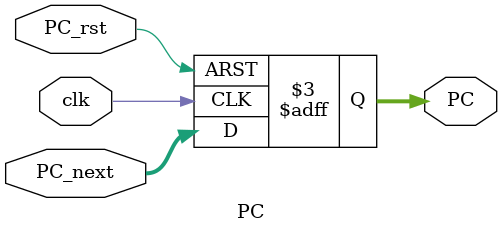
<source format=v>
`timescale 1ns / 1ps
module PC(
    input [15:0] PC_next,
    input PC_rst,
    input clk,
    output reg [15:0] PC
    );
	 
    always @(posedge clk or posedge PC_rst) begin
        if (PC_rst == 1'b1) begin
            // Reset the counter
            PC <= 16'b0;
        end else begin
            // Update the counter with the next value
            PC <= PC_next;
        end
    end


endmodule

</source>
